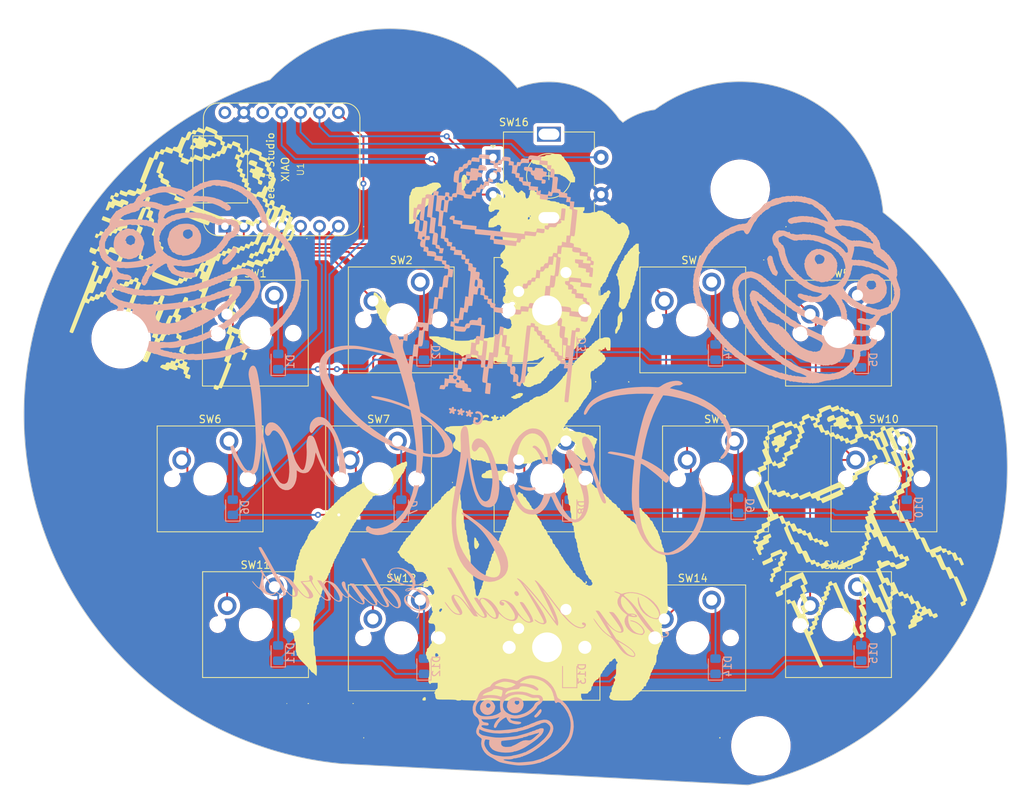
<source format=kicad_pcb>
(kicad_pcb (version 20240108) (generator "pcbnew") (generator_version "8.0")
  (layers (0 "F.Cu" signal) (31 "B.Cu" signal) (34 "B.Paste" user) (35 "F.Paste" user) (36 "B.SilkS" user "B.Silkscreen") (37 "F.SilkS" user "F.Silkscreen") (38 "B.Mask" user) (39 "F.Mask" user) (44 "Edge.Cuts" user))
  (net 0 "")
  (net 1 "Net-(D1-A)")
  (net 2 "ROW0")
  (net 3 "Net-(D2-A)")
  (net 4 "Net-(D3-A)")
  (net 5 "Net-(D4-A)")
  (net 6 "Net-(D5-A)")
  (net 7 "Net-(D6-A)")
  (net 8 "ROW1")
  (net 9 "Net-(D7-A)")
  (net 10 "Net-(D8-A)")
  (net 11 "Net-(D9-A)")
  (net 12 "Net-(D10-A)")
  (net 13 "ROW2")
  (net 14 "Net-(D11-A)")
  (net 15 "Net-(D12-A)")
  (net 16 "Net-(D13-A)")
  (net 17 "Net-(D14-A)")
  (net 18 "Net-(D15-A)")
  (net 19 "COL1")
  (net 20 "COL2")
  (net 21 "COL3")
  (net 22 "COL4")
  (net 23 "COL0")
  (net 24 "GND")
  (net 25 "EC11A")
  (net 26 "EC11SW")
  (net 27 "EC11B")
  (net 28 "VCC")
  (net 29 "3V3")
  (footprint "" (layer "F.Cu") (at 160.288155 60.96)
    (property "Reference" "" (at 0 0 0) (layer "F.SilkS") (effects (font (size 1.27 1.27))))
    (property "Value" "")
    (pad "" np_thru_hole circle (at 0 0) (size 7.5 7.5) (drill 7.5) (layers "F&B.Cu" "*.Mask"))
  )
  (footprint "Switch_Keyboard_Cherry_MX:SW_Cherry_MX_PCB_1.00u" (layer "F.Cu") (at 179.578 99.822)
    (property "Reference" "SW10" (at 0 -8 0) (layer "F.SilkS"))
    (property "Value" "CherryMX")
    (pad "" np_thru_hole circle (at -5.08 0) (size 1.75 1.75) (drill 1.75) (layers "*.Cu" "*.Mask"))
    (pad "" np_thru_hole circle (at 0 0) (size 4 4) (drill 4) (layers "*.Cu" "*.Mask"))
    (pad "" np_thru_hole circle (at 5.08 0) (size 1.75 1.75) (drill 1.75) (layers "*.Cu" "*.Mask"))
    (pad "1" thru_hole circle (at -3.81 -2.54) (size 2.5 2.5) (drill 1.5) (layers "*.Cu" "*.Mask") (net 22 "COL4"))
    (pad "2" thru_hole circle (at 2.54 -5.08) (size 2.5 2.5) (drill 1.5) (layers "*.Cu" "*.Mask") (net 12 "Net-(D10-A)"))
  )
  (footprint "Switch_Keyboard_Cherry_MX:SW_Cherry_MX_PCB_1.00u" (layer "F.Cu") (at 95.25 119.38)
    (property "Reference" "SW11" (at 0 -8 0) (layer "F.SilkS"))
    (property "Value" "CherryMX")
    (pad "" np_thru_hole circle (at -5.08 0) (size 1.75 1.75) (drill 1.75) (layers "*.Cu" "*.Mask"))
    (pad "" np_thru_hole circle (at 0 0) (size 4 4) (drill 4) (layers "*.Cu" "*.Mask"))
    (pad "" np_thru_hole circle (at 5.08 0) (size 1.75 1.75) (drill 1.75) (layers "*.Cu" "*.Mask"))
    (pad "1" thru_hole circle (at -3.81 -2.54) (size 2.5 2.5) (drill 1.5) (layers "*.Cu" "*.Mask") (net 23 "COL0"))
    (pad "2" thru_hole circle (at 2.54 -5.08) (size 2.5 2.5) (drill 1.5) (layers "*.Cu" "*.Mask") (net 14 "Net-(D11-A)"))
  )
  (footprint "" (layer "F.Cu") (at 77.216 81.026)
    (property "Reference" "" (at 0 0 0) (layer "F.SilkS") (effects (font (size 1.27 1.27))))
    (property "Value" "")
    (pad "" np_thru_hole circle (at 0 0) (size 7.5 7.5) (drill 7.5) (layers "F&B.Cu" "*.Mask"))
  )
  (footprint "Seeed Studio XIAO Series Library:XIAO-Generic-Thruhole-14P-2.54-21X17.8MM" (layer "F.Cu") (at 98.756015 58.29075 90)
    (property "Reference" "U1" (at 0 2.54 90) (layer "F.SilkS") (effects (font (size 0.889 0.889) (thickness 0.1016))))
    (property "Value" "Seeed Studio XIAO RP2040" (hide yes))
    (fp_text user "Seeed Studio" (at 0 -1.5 90) (layer "F.SilkS"))
    (fp_text user "XIAO" (at 0 0.5 90) (layer "F.SilkS"))
    (pad "1" thru_hole rect (at -7.625 -7.62 90) (size 1.7 1.7) (drill 1) (layers "*.Cu" "*.Mask") (net 23 "COL0"))
    (pad "2" thru_hole circle (at -7.625 -5.08 90) (size 1.7 1.7) (drill 1) (layers "*.Cu" "*.Mask") (net 19 "COL1"))
    (pad "3" thru_hole circle (at -7.625 -2.54 90) (size 1.7 1.7) (drill 1) (layers "*.Cu" "*.Mask") (net 20 "COL2"))
    (pad "4" thru_hole circle (at -7.625 0 90) (size 1.7 1.7) (drill 1) (layers "*.Cu" "*.Mask") (net 21 "COL3"))
    (pad "5" thru_hole circle (at -7.625 2.54 90) (size 1.7 1.7) (drill 1) (layers "*.Cu" "*.Mask") (net 22 "COL4"))
    (pad "6" thru_hole circle (at -7.625 5.08 270) (size 1.7 1.7) (drill 1) (layers "*.Cu" "*.Mask") (net 2 "ROW0"))
    (pad "7" thru_hole circle (at -7.625 7.62 90) (size 1.7 1.7) (drill 1) (layers "*.Cu" "*.Mask") (net 8 "ROW1"))
    (pad "8" thru_hole circle (at 7.625 7.62 90) (size 1.7 1.7) (drill 1) (layers "*.Cu" "*.Mask") (net 13 "ROW2"))
    (pad "9" thru_hole circle (at 7.625 5.08 90) (size 1.7 1.7) (drill 1) (layers "*.Cu" "*.Mask") (net 25 "EC11A"))
    (pad "10" thru_hole circle (at 7.625 2.54 90) (size 1.7 1.7) (drill 1) (layers "*.Cu" "*.Mask") (net 26 "EC11SW"))
    (pad "11" thru_hole circle (at 7.625 0 90) (size 1.7 1.7) (drill 1) (layers "*.Cu" "*.Mask") (net 27 "EC11B"))
    (pad "12" thru_hole circle (at 7.625 -2.54 90) (size 1.7 1.7) (drill 1) (layers "*.Cu" "*.Mask") (net 29 "3V3"))
    (pad "13" thru_hole circle (at 7.625 -5.08 90) (size 1.7 1.7) (drill 1) (layers "*.Cu" "*.Mask") (net 24 "GND"))
    (pad "14" thru_hole circle (at 7.625 -7.62 90) (size 1.7 1.7) (drill 1) (layers "*.Cu" "*.Mask") (net 28 "VCC"))
  )
  (footprint "Switch_Keyboard_Cherry_MX:SW_Cherry_MX_PCB_1.00u" (layer "F.Cu") (at 95.2246 80.264)
    (property "Reference" "SW1" (at 0 -8 0) (layer "F.SilkS"))
    (property "Value" "CherryMX")
    (pad "" np_thru_hole circle (at -5.08 0) (size 1.75 1.75) (drill 1.75) (layers "*.Cu" "*.Mask"))
    (pad "" np_thru_hole circle (at 0 0) (size 4 4) (drill 4) (layers "*.Cu" "*.Mask"))
    (pad "" np_thru_hole circle (at 5.08 0) (size 1.75 1.75) (drill 1.75) (layers "*.Cu" "*.Mask"))
    (pad "1" thru_hole circle (at -3.81 -2.54) (size 2.5 2.5) (drill 1.5) (layers "*.Cu" "*.Mask") (net 23 "COL0"))
    (pad "2" thru_hole circle (at 2.54 -5.08) (size 2.5 2.5) (drill 1.5) (layers "*.Cu" "*.Mask") (net 1 "Net-(D1-A)"))
  )
  (footprint "Switch_Keyboard_Cherry_MX:SW_Cherry_MX_PCB_1.00u" (layer "F.Cu") (at 153.924 121.158)
    (property "Reference" "SW14" (at 0 -8 0) (layer "F.SilkS"))
    (property "Value" "CherryMX")
    (pad "" np_thru_hole circle (at -5.08 0) (size 1.75 1.75) (drill 1.75) (layers "*.Cu" "*.Mask"))
    (pad "" np_thru_hole circle (at 0 0) (size 4 4) (drill 4) (layers "*.Cu" "*.Mask"))
    (pad "" np_thru_hole circle (at 5.08 0) (size 1.75 1.75) (drill 1.75) (layers "*.Cu" "*.Mask"))
    (pad "1" thru_hole circle (at -3.81 -2.54) (size 2.5 2.5) (drill 1.5) (layers "*.Cu" "*.Mask") (net 21 "COL3"))
    (pad "2" thru_hole circle (at 2.54 -5.08) (size 2.5 2.5) (drill 1.5) (layers "*.Cu" "*.Mask") (net 17 "Net-(D14-A)"))
  )
  (footprint "Switch_Keyboard_Cherry_MX:SW_Cherry_MX_PCB_1.00u" (layer "F.Cu") (at 156.972 99.822)
    (property "Reference" "SW9" (at 0 -8 0) (layer "F.SilkS"))
    (property "Value" "CherryMX")
    (pad "" np_thru_hole circle (at -5.08 0) (size 1.75 1.75) (drill 1.75) (layers "*.Cu" "*.Mask"))
    (pad "" np_thru_hole circle (at 0 0) (size 4 4) (drill 4) (layers "*.Cu" "*.Mask"))
    (pad "" np_thru_hole circle (at 5.08 0) (size 1.75 1.75) (drill 1.75) (layers "*.Cu" "*.Mask"))
    (pad "1" thru_hole circle (at -3.81 -2.54) (size 2.5 2.5) (drill 1.5) (layers "*.Cu" "*.Mask") (net 21 "COL3"))
    (pad "2" thru_hole circle (at 2.54 -5.08) (size 2.5 2.5) (drill 1.5) (layers "*.Cu" "*.Mask") (net 11 "Net-(D9-A)"))
  )
  (footprint "Switch_Keyboard_Cherry_MX:SW_Cherry_MX_PCB_1.00u" (layer "F.Cu") (at 173.482 80.264)
    (property "Reference" "SW5" (at 0 -8 0) (layer "F.SilkS"))
    (property "Value" "CherryMX")
    (pad "" np_thru_hole circle (at -5.08 0) (size 1.75 1.75) (drill 1.75) (layers "*.Cu" "*.Mask"))
    (pad "" np_thru_hole circle (at 0 0) (size 4 4) (drill 4) (layers "*.Cu" "*.Mask"))
    (pad "" np_thru_hole circle (at 5.08 0) (size 1.75 1.75) (drill 1.75) (layers "*.Cu" "*.Mask"))
    (pad "1" thru_hole circle (at -3.81 -2.54) (size 2.5 2.5) (drill 1.5) (layers "*.Cu" "*.Mask") (net 22 "COL4"))
    (pad "2" thru_hole circle (at 2.54 -5.08) (size 2.5 2.5) (drill 1.5) (layers "*.Cu" "*.Mask") (net 6 "Net-(D5-A)"))
  )
  (footprint "Rotary_Encoder:RotaryEncoder_Alps_EC11E-Switch_Vertical_H20mm" (layer "F.Cu") (at 127.12 56.67)
    (property "Reference" "SW16" (at 2.8 -4.7 0) (layer "F.SilkS"))
    (property "Value" "RotaryEncoder_Switch")
    (pad "A" thru_hole rect (at 0 0) (size 2 2) (drill 1) (layers "*.Cu" "*.Mask") (net 25 "EC11A"))
    (pad "B" thru_hole circle (at 0 5) (size 2 2) (drill 1) (layers "*.Cu" "*.Mask") (net 27 "EC11B"))
    (pad "C" thru_hole circle (at 0 2.5) (size 2 2) (drill 1) (layers "*.Cu" "*.Mask") (net 24 "GND"))
    (pad "MP" thru_hole rect (at 7.5 -3.1) (size 3.2 2) (drill oval 2.8 1.5) (layers "*.Cu" "*.Mask"))
    (pad "MP" thru_hole rect (at 7.5 8.1) (size 3.2 2) (drill oval 2.8 1.5) (layers "*.Cu" "*.Mask"))
    (pad "S1" thru_hole circle (at 14.5 5) (size 2 2) (drill 1) (layers "*.Cu" "*.Mask") (net 24 "GND"))
    (pad "S2" thru_hole circle (at 14.5 0) (size 2 2) (drill 1) (layers "*.Cu" "*.Mask") (net 26 "EC11SW"))
  )
  (footprint "Switch_Keyboard_Cherry_MX:SW_Cherry_MX_PCB_1.00u" (layer "F.Cu") (at 111.76 99.822)
    (property "Reference" "SW7" (at 0 -8 0) (layer "F.SilkS"))
    (property "Value" "CherryMX")
    (pad "" np_thru_hole circle (at -5.08 0) (size 1.75 1.75) (drill 1.75) (layers "*.Cu" "*.Mask"))
    (pad "" np_thru_hole circle (at 0 0) (size 4 4) (drill 4) (layers "*.Cu" "*.Mask"))
    (pad "" np_thru_hole circle (at 5.08 0) (size 1.75 1.75) (drill 1.75) (layers "*.Cu" "*.Mask"))
    (pad "1" thru_hole circle (at -3.81 -2.54) (size 2.5 2.5) (drill 1.5) (layers "*.Cu" "*.Mask") (net 19 "COL1"))
    (pad "2" thru_hole circle (at 2.54 -5.08) (size 2.5 2.5) (drill 1.5) (layers "*.Cu" "*.Mask") (net 9 "Net-(D7-A)"))
  )
  (footprint "Switch_Keyboard_Cherry_MX:SW_Cherry_MX_PCB_1.00u" (layer "F.Cu") (at 89.154 99.822)
    (property "Reference" "SW6" (at 0 -8 0) (layer "F.SilkS"))
    (property "Value" "CherryMX")
    (pad "" np_thru_hole circle (at -5.08 0) (size 1.75 1.75) (drill 1.75) (layers "*.Cu" "*.Mask"))
    (pad "" np_thru_hole circle (at 0 0) (size 4 4) (drill 4) (layers "*.Cu" "*.Mask"))
    (pad "" np_thru_hole circle (at 5.08 0) (size 1.75 1.75) (drill 1.75) (layers "*.Cu" "*.Mask"))
    (pad "1" thru_hole circle (at -3.81 -2.54) (size 2.5 2.5) (drill 1.5) (layers "*.Cu" "*.Mask") (net 23 "COL0"))
    (pad "2" thru_hole circle (at 2.54 -5.08) (size 2.5 2.5) (drill 1.5) (layers "*.Cu" "*.Mask") (net 7 "Net-(D6-A)"))
  )
  (footprint "Switch_Keyboard_Cherry_MX:SW_Cherry_MX_PCB_1.00u" (layer "F.Cu") (at 134.366 99.822)
    (property "Reference" "SW8" (at 0 -8 0) (layer "F.SilkS"))
    (property "Value" "CherryMX")
    (pad "" np_thru_hole circle (at -5.08 0) (size 1.75 1.75) (drill 1.75) (layers "*.Cu" "*.Mask"))
    (pad "" np_thru_hole circle (at 0 0) (size 4 4) (drill 4) (layers "*.Cu" "*.Mask"))
    (pad "" np_thru_hole circle (at 5.08 0) (size 1.75 1.75) (drill 1.75) (layers "*.Cu" "*.Mask"))
    (pad "1" thru_hole circle (at -3.81 -2.54) (size 2.5 2.5) (drill 1.5) (layers "*.Cu" "*.Mask") (net 20 "COL2"))
    (pad "2" thru_hole circle (at 2.54 -5.08) (size 2.5 2.5) (drill 1.5) (layers "*.Cu" "*.Mask") (net 10 "Net-(D8-A)"))
  )
  (footprint "Switch_Keyboard_Cherry_MX:SW_Cherry_MX_PCB_1.00u" (layer "F.Cu") (at 114.808 121.158)
    (property "Reference" "SW12" (at 0 -8 0) (layer "F.SilkS"))
    (property "Value" "CherryMX")
    (pad "" np_thru_hole circle (at -5.08 0) (size 1.75 1.75) (drill 1.75) (layers "*.Cu" "*.Mask"))
    (pad "" np_thru_hole circle (at 0 0) (size 4 4) (drill 4) (layers "*.Cu" "*.Mask"))
    (pad "" np_thru_hole circle (at 5.08 0) (size 1.75 1.75) (drill 1.75) (layers "*.Cu" "*.Mask"))
    (pad "1" thru_hole circle (at -3.81 -2.54) (size 2.5 2.5) (drill 1.5) (layers "*.Cu" "*.Mask") (net 19 "COL1"))
    (pad "2" thru_hole circle (at 2.54 -5.08) (size 2.5 2.5) (drill 1.5) (layers "*.Cu" "*.Mask") (net 15 "Net-(D12-A)"))
  )
  (footprint "LOGO" (layer "F.Cu") (at 127.762 92.202)
    (property "Reference" "G***" (at 0 0 0) (layer "F.SilkS") (effects (font (size 1.5 1.5) (thickness 0.3))))
    (property "Value" "LOGO" (hide yes))
  )
  (footprint "" (layer "F.Cu") (at 163.068 135.650155)
    (property "Reference" "" (at 0 0 0) (layer "F.SilkS") (effects (font (size 1.27 1.27))))
    (property "Value" "")
    (pad "" np_thru_hole circle (at 0 0) (size 7.5 7.5) (drill 7.5) (layers "F&B.Cu" "*.Mask"))
  )
  (footprint "Switch_Keyboard_Cherry_MX:SW_Cherry_MX_PCB_1.00u" (layer "F.Cu") (at 114.808 78.486)
    (property "Reference" "SW2" (at 0 -8 0) (layer "F.SilkS"))
    (property "Value" "CherryMX")
    (pad "" np_thru_hole circle (at -5.08 0) (size 1.75 1.75) (drill 1.75) (layers "*.Cu" "*.Mask"))
    (pad "" np_thru_hole circle (at 0 0) (size 4 4) (drill 4) (layers "*.Cu" "*.Mask"))
    (pad "" np_thru_hole circle (at 5.08 0) (size 1.75 1.75) (drill 1.75) (layers "*.Cu" "*.Mask"))
    (pad "1" thru_hole circle (at -3.81 -2.54) (size 2.5 2.5) (drill 1.5) (layers "*.Cu" "*.Mask") (net 19 "COL1"))
    (pad "2" thru_hole circle (at 2.54 -5.08) (size 2.5 2.5) (drill 1.5) (layers "*.Cu" "*.Mask") (net 3 "Net-(D2-A)"))
  )
  (footprint "Switch_Keyboard_Cherry_MX:SW_Cherry_MX_PCB_1.00u" (layer "F.Cu") (at 173.482 119.38)
    (property "Reference" "SW15" (at 0 -8 0) (layer "F.SilkS"))
    (property "Value" "CherryMX")
    (pad "" np_thru_hole circle (at -5.08 0) (size 1.75 1.75) (drill 1.75) (layers "*.Cu" "*.Mask"))
    (pad "" np_thru_hole circle (at 0 0) (size 4 4) (drill 4) (layers "*.Cu" "*.Mask"))
    (pad "" np_thru_hole circle (at 5.08 0) (size 1.75 1.75) (drill 1.75) (layers "*.Cu" "*.Mask"))
    (pad "1" thru_hole circle (at -3.81 -2.54) (size 2.5 2.5) (drill 1.5) (layers "*.Cu" "*.Mask") (net 22 "COL4"))
    (pad "2" thru_hole circle (at 2.54 -5.08) (size 2.5 2.5) (drill 1.5) (layers "*.Cu" "*.Mask") (net 18 "Net-(D15-A)"))
  )
  (footprint "Switch_Keyboard_Cherry_MX:SW_Cherry_MX_PCB_1.00u" (layer "F.Cu") (at 134.366 77.216)
    (property "Reference" "SW3" (at 0 -8 0) (layer "F.SilkS"))
    (property "Value" "CherryMX")
    (pad "" np_thru_hole circle (at -5.08 0) (size 1.75 1.75) (drill 1.75) (layers "*.Cu" "*.Mask"))
    (pad "" np_thru_hole circle (at 0 0) (size 4 4) (drill 4) (layers "*.Cu" "*.Mask"))
    (pad "" np_thru_hole circle (at 5.08 0) (size 1.75 1.75) (drill 1.75) (layers "*.Cu" "*.Mask"))
    (pad "1" thru_hole circle (at -3.81 -2.54) (size 2.5 2.5) (drill 1.5) (layers "*.Cu" "*.Mask") (net 20 "COL2"))
    (pad "2" thru_hole circle (at 2.54 -5.08) (size 2.5 2.5) (drill 1.5) (layers "*.Cu" "*.Mask") (net 4 "Net-(D3-A)"))
  )
  (footprint "Switch_Keyboard_Cherry_MX:SW_Cherry_MX_PCB_1.00u" (layer "F.Cu") (at 134.366 122.428)
    (property "Reference" "SW13" (at 0 -8 0) (layer "F.SilkS"))
    (property "Value" "CherryMX")
    (pad "" np_thru_hole circle (at -5.08 0) (size 1.75 1.75) (drill 1.75) (layers "*.Cu" "*.Mask"))
    (pad "" np_thru_hole circle (at 0 0) (size 4 4) (drill 4) (layers "*.Cu" "*.Mask"))
    (pad "" np_thru_hole circle (at 5.08 0) (size 1.75 1.75) (drill 1.75) (layers "*.Cu" "*.Mask"))
    (pad "1" thru_hole circle (at -3.81 -2.54) (size 2.5 2.5) (drill 1.5) (layers "*.Cu" "*.Mask") (net 20 "COL2"))
    (pad "2" thru_hole circle (at 2.54 -5.08) (size 2.5 2.5) (drill 1.5) (layers "*.Cu" "*.Mask") (net 16 "Net-(D13-A)"))
  )
  (footprint "Switch_Keyboard_Cherry_MX:SW_Cherry_MX_PCB_1.00u" (layer "F.Cu") (at 153.924 78.486)
    (property "Reference" "SW4" (at 0 -8 0) (layer "F.SilkS"))
    (property "Value" "CherryMX")
    (pad "" np_thru_hole circle (at -5.08 0) (size 1.75 1.75) (drill 1.75) (layers "*.Cu" "*.Mask"))
    (pad "" np_thru_hole circle (at 0 0) (size 4 4) (drill 4) (layers "*.Cu" "*.Mask"))
    (pad "" np_thru_hole circle (at 5.08 0) (size 1.75 1.75) (drill 1.75) (layers "*.Cu" "*.Mask"))
    (pad "1" thru_hole circle (at -3.81 -2.54) (size 2.5 2.5) (drill 1.5) (layers "*.Cu" "*.Mask") (net 21 "COL3"))
    (pad "2" thru_hole circle (at 2.54 -5.08) (size 2.5 2.5) (drill 1.5) (layers "*.Cu" "*.Mask") (net 5 "Net-(D4-A)"))
  )
  (footprint "Diode_SMD:D_0805_2012Metric_Pad1.15x1.40mm_HandSolder" (layer "B.Cu") (at 117.856 82.804 90)
    (property "Reference" "D2" (at 0 1.65 90) (layer "B.SilkS") (effects (justify mirror)))
    (property "Value" "D")
    (pad "1" smd roundrect (at -1.025 0 90) (size 1.15 1.4) (layers "B.Cu" "B.Paste" "B.Mask") (roundrect_rratio 0.217391) (net 2 "ROW0"))
    (pad "2" smd roundrect (at 1.025 0 90) (size 1.15 1.4) (layers "B.Cu" "B.Paste" "B.Mask") (roundrect_rratio 0.217391) (net 3 "Net-(D2-A)"))
  )
  (footprint "Diode_SMD:D_0805_2012Metric_Pad1.15x1.40mm_HandSolder" (layer "B.Cu") (at 114.808 103.641 90)
    (property "Reference" "D7" (at 0 1.65 90) (layer "B.SilkS") (effects (justify mirror)))
    (property "Value" "D")
    (pad "1" smd roundrect (at -1.025 0 90) (size 1.15 1.4) (layers "B.Cu" "B.Paste" "B.Mask") (roundrect_rratio 0.217391) (net 8 "ROW1"))
    (pad "2" smd roundrect (at 1.025 0 90) (size 1.15 1.4) (layers "B.Cu" "B.Paste" "B.Mask") (roundrect_rratio 0.217391) (net 9 "Net-(D7-A)"))
  )
  (footprint "Diode_SMD:D_0805_2012Metric_Pad1.15x1.40mm_HandSolder" (layer "B.Cu") (at 137.414 81.797 90)
    (property "Reference" "D3" (at 0 1.65 90) (layer "B.SilkS") (effects (justify mirror)))
    (property "Value" "D")
    (pad "1" smd roundrect (at -1.025 0 90) (size 1.15 1.4) (layers "B.Cu" "B.Paste" "B.Mask") (roundrect_rratio 0.217391) (net 2 "ROW0"))
    (pad "2" smd roundrect (at 1.025 0 90) (size 1.15 1.4) (layers "B.Cu" "B.Paste" "B.Mask") (roundrect_rratio 0.217391) (net 4 "Net-(D3-A)"))
  )
  (footprint "Diode_SMD:D_0805_2012Metric_Pad1.15x1.40mm_HandSolder" (layer "B.Cu") (at 98.298 84.083 90)
    (property "Reference" "D1" (at 0 1.65 90) (layer "B.SilkS") (effects (justify mirror)))
    (property "Value" "D")
    (pad "1" smd roundrect (at -1.025 0 90) (size 1.15 1.4) (layers "B.Cu" "B.Paste" "B.Mask") (roundrect_rratio 0.217391) (net 2 "ROW0"))
    (pad "2" smd roundrect (at 1.025 0 90) (size 1.15 1.4) (layers "B.Cu" "B.Paste" "B.Mask") (roundrect_rratio 0.217391) (net 1 "Net-(D1-A)"))
  )
  (footprint "Diode_SMD:D_0805_2012Metric_Pad1.15x1.40mm_HandSolder" (layer "B.Cu") (at 156.972 124.968 90)
    (property "Reference" "D14" (at 0 1.65 90) (layer "B.SilkS") (effects (justify mirror)))
    (property "Value" "D")
    (pad "1" smd roundrect (at -1.025 0 90) (size 1.15 1.4) (layers "B.Cu" "B.Paste" "B.Mask") (roundrect_rratio 0.217391) (net 13 "ROW2"))
    (pad "2" smd roundrect (at 1.025 0 90) (size 1.15 1.4) (layers "B.Cu" "B.Paste" "B.Mask") (roundrect_rratio 0.217391) (net 17 "Net-(D14-A)"))
  )
  (footprint "Diode_SMD:D_0805_2012Metric_Pad1.15x1.40mm_HandSolder" (layer "B.Cu") (at 182.626 103.641 90)
    (property "Reference" "D10" (at 0 1.65 90) (layer "B.SilkS") (effects (justify mirror)))
    (property "Value" "D")
    (pad "1" smd roundrect (at -1.025 0 90) (size 1.15 1.4) (layers "B.Cu" "B.Paste" "B.Mask") (roundrect_rratio 0.217391) (net 8 "ROW1"))
    (pad "2" smd roundrect (at 1.025 0 90) (size 1.15 1.4) (layers "B.Cu" "B.Paste" "B.Mask") (roundrect_rratio 0.217391) (net 12 "Net-(D10-A)"))
  )
  (footprint "Diode_SMD:D_0805_2012Metric_Pad1.15x1.40mm_HandSolder" (layer "B.Cu") (at 98.298 123.199 90)
    (property "Reference" "D11" (at 0 1.65 90) (layer "B.SilkS") (effects (justify mirror)))
    (property "Value" "D")
    (pad "1" smd roundrect (at -1.025 0 90) (size 1.15 1.4) (layers "B.Cu" "B.Paste" "B.Mask") (roundrect_rratio 0.217391) (net 13 "ROW2"))
    (pad "2" smd roundrect (at 1.025 0 90) (size 1.15 1.4) (layers "B.Cu" "B.Paste" "B.Mask") (roundrect_rratio 0.217391) (net 14 "Net-(D11-A)"))
  )
  (footprint "Diode_SMD:D_0805_2012Metric_Pad1.15x1.40mm_HandSolder" (layer "B.Cu") (at 176.53 83.829 90)
    (property "Reference" "D5" (at 0 1.65 90) (layer "B.SilkS") (effects (justify mirror)))
    (property "Value" "D")
    (pad "1" smd roundrect (at -1.025 0 90) (size 1.15 1.4) (layers "B.Cu" "B.Paste" "B.Mask") (roundrect_rratio 0.217391) (net 2 "ROW0"))
    (pad "2" smd roundrect (at 1.025 0 90) (size 1.15 1.4) (layers "B.Cu" "B.Paste" "B.Mask") (roundrect_rratio 0.217391) (net 6 "Net-(D5-A)"))
  )
  (footprint "Diode_SMD:D_0805_2012Metric_Pad1.15x1.40mm_HandSolder" (layer "B.Cu") (at 176.53 123.19 90)
    (property "Reference" "D15" (at 0 1.65 90) (layer "B.SilkS") (effects (justify mirror)))
    (property "Value" "D")
    (pad "1" smd roundrect (at -1.025 0 90) (size 1.15 1.4) (layers "B.Cu" "B.Paste" "B.Mask") (roundrect_rratio 0.217391) (net 13 "ROW2"))
    (pad "2" smd roundrect (at 1.025 0 90) (size 1.15 1.4) (layers "B.Cu" "B.Paste" "B.Mask") (roundrect_rratio 0.217391) (net 18 "Net-(D15-A)"))
  )
  (footprint "Diode_SMD:D_0805_2012Metric_Pad1.15x1.40mm_HandSolder" (layer "B.Cu") (at 160.02 103.387 90)
    (property "Reference" "D9" (at 0 1.65 90) (layer "B.SilkS") (effects (justify mirror)))
    (property "Value" "D")
    (pad "1" smd roundrect (at -1.025 0 90) (size 1.15 1.4) (layers "B.Cu" "B.Paste" "B.Mask") (roundrect_rratio 0.217391) (net 8 "ROW1"))
    (pad "2" smd roundrect (at 1.025 0 90) (size 1.15 1.4) (layers "B.Cu" "B.Paste" "B.Mask") (roundrect_rratio 0.217391) (net 11 "Net-(D9-A)"))
  )
  (footprint "Diode_SMD:D_0805_2012Metric_Pad1.15x1.40mm_HandSolder" (layer "B.Cu") (at 137.414 125.984 90)
    (property "Reference" "D13" (at 0 1.65 90) (layer "B.SilkS") (effects (justify mirror)))
    (property "Value" "D")
    (pad "1" smd roundrect (at -1.025 0 90) (size 1.15 1.4) (layers "B.Cu" "B.Paste" "B.Mask") (roundrect_rratio 0.217391) (net 13 "ROW2"))
    (pad "2" smd roundrect (at 1.025 0 90) (size 1.15 1.4) (layers "B.Cu" "B.Paste" "B.Mask") (roundrect_rratio 0.217391) (net 16 "Net-(D13-A)"))
  )
  (footprint "Diode_SMD:D_0805_2012Metric_Pad1.15x1.40mm_HandSolder" (layer "B.Cu") (at 92.202 103.632 90)
    (property "Reference" "D6" (at 0 1.65 90) (layer "B.SilkS") (effects (justify mirror)))
    (property "Value" "D")
    (pad "1" smd roundrect (at -1.025 0 90) (size 1.15 1.4) (layers "B.Cu" "B.Paste" "B.Mask") (roundrect_rratio 0.217391) (net 8 "ROW1"))
    (pad "2" smd roundrect (at 1.025 0 90) (size 1.15 1.4) (layers "B.Cu" "B.Paste" "B.Mask") (roundrect_rratio 0.217391) (net 7 "Net-(D6-A)"))
  )
  (footprint "Diode_SMD:D_0805_2012Metric_Pad1.15x1.40mm_HandSolder" (layer "B.Cu") (at 137.414 103.641 90)
    (property "Reference" "D8" (at 0 1.65 90) (layer "B.SilkS") (effects (justify mirror)))
    (property "Value" "D")
    (pad "1" smd roundrect (at -1.025 0 90) (size 1.15 1.4) (layers "B.Cu" "B.Paste" "B.Mask") (roundrect_rratio 0.217391) (net 8 "ROW1"))
    (pad "2" smd roundrect (at 1.025 0 90) (size 1.15 1.4) (layers "B.Cu" "B.Paste" "B.Mask") (roundrect_rratio 0.217391) (net 10 "Net-(D8-A)"))
  )
  (footprint "Diode_SMD:D_0805_2012Metric_Pad1.15x1.40mm_HandSolder" (layer "B.Cu") (at 156.972 82.813 90)
    (property "Reference" "D4" (at 0 1.65 90) (layer "B.SilkS") (effects (justify mirror)))
    (property "Value" "D")
    (pad "1" smd roundrect (at -1.025 0 90) (size 1.15 1.4) (layers "B.Cu" "B.Paste" "B.Mask") (roundrect_rratio 0.217391) (net 2 "ROW0"))
    (pad "2" smd roundrect (at 1.025 0 90) (size 1.15 1.4) (layers "B.Cu" "B.Paste" "B.Mask") (roundrect_rratio 0.217391) (net 5 "Net-(D4-A)"))
  )
  (footprint "Diode_SMD:D_0805_2012Metric_Pad1.15x1.40mm_HandSolder" (layer "B.Cu") (at 117.856 124.968 90)
    (property "Reference" "D12" (at 0 1.65 90) (layer "B.SilkS") (effects (justify mirror)))
    (property "Value" "D")
    (pad "1" smd roundrect (at -1.025 0 90) (size 1.15 1.4) (layers "B.Cu" "B.Paste" "B.Mask") (roundrect_rratio 0.217391) (net 13 "ROW2"))
    (pad "2" smd roundrect (at 1.025 0 90) (size 1.15 1.4) (layers "B.Cu" "B.Paste" "B.Mask") (roundrect_rratio 0.217391) (net 15 "Net-(D12-A)"))
  )
  (footprint "LOGO" (layer "B.Cu") (at 123.451932 91.446538 170)
    (property "Reference" "G***" (at 0 0 170) (layer "B.SilkS") (effects (font (size 1.5 1.5) (thickness 0.3)) (justify mirror)))
    (property "Value" "LOGO" (hide yes))
  )
  (gr_arc (start 179.477871 64.064274) (mid 194.981441 108.290788) (end 161.335001 140.913822) (stroke (width 0.1)) (layer "Edge.Cuts"))
  (gr_line (start 144.05086 51.549326) (end 144.549312 51.973999) (stroke (width 0.1)) (layer "Edge.Cuts"))
  (gr_arc (start 148.838128 50.262668) (mid 168.192746 48.206282) (end 179.477871 64.064274) (stroke (width 0.1)) (layer "Edge.Cuts"))
  (gr_arc (start 144.549312 51.973999) (mid 146.588312 50.854167) (end 148.838128 50.262669) (stroke (width 0.1)) (layer "Edge.Cuts"))
  (gr_arc (start 97.193681 46.249581) (mid 114.029703 39.411956) (end 130.37157 47.358536) (stroke (width 0.1)) (layer "Edge.Cuts"))
  (gr_arc (start 130.37157 47.358536) (mid 137.952428 47.034515) (end 144.05086 51.549326) (stroke (width 0.1)) (layer "Edge.Cuts"))
  (gr_arc (start 106.898397 138.068453) (mid 64.42865 96.134954) (end 97.19368 46.24958) (stroke (width 0.1)) (layer "Edge.Cuts"))
  (gr_line (start 161.335001 140.913822) (end 106.898397 138.068453) (stroke (width 0.1)) (layer "Edge.Cuts"))
  (segment (start 98.298 83.058) (end 98.298 75.7174) (width 0.25) (layer "B.Cu") (net 1))
  (segment (start 98.298 75.7174) (end 97.7646 75.184) (width 0.25) (layer "B.Cu") (net 1))
  (segment (start 103.614 85.108) (end 103.632 85.09) (width 0.25) (layer "F.Cu") (net 2))
  (segment (start 103.632 85.09) (end 106.172 85.09) (width 0.25) (layer "F.Cu") (net 2))
  (via (at 103.614 85.108) (size 0.8) (drill 0.4) (layers "F.Cu" "B.Cu") (net 2))
  (via (at 106.172 85.09) (size 0.8) (drill 0.4) (layers "F.Cu" "B.Cu") (net 2))
  (segment (start 137.414 82.822) (end 147.084 82.822) (width 0.25) (layer "B.Cu") (net 2))
  (segment (start 99.042 85.108) (end 98.298 85.108) (width 0.25) (layer "B.Cu") (net 2))
  (segment (start 156.972 83.838) (end 167.114 83.838) (width 0.25) (layer "B.Cu") (net 2))
  (segment (start 111.261 83.829) (end 117.856 83.829) (width 0.25) (layer "B.Cu") (net 2))
  (segment (start 103.632 85.09) (end 103.614 85.108) (width 0.25) (layer "B.Cu") (net 2))
  (segment (start 111.252 83.82) (end 111.261 83.829) (width 0.25) (layer "B.Cu") (net 2))
  (segment (start 167.114 83.838) (end 168.13 84.854) (width 0.25) (layer "B.Cu") (net 2))
  (segment (start 109.982 85.09) (end 111.252 83.82) (width 0.25) (layer "B.Cu") (net 2))
  (segment (start 98.298 85.108) (end 103.614 85.108) (width 0.25) (layer "B.Cu") (net 2))
  (segment (start 148.1 83.838) (end 156.972 83.838) (width 0.25) (layer "B.Cu") (net 2))
  (segment (start 168.13 84.854) (end 176.53 84.854) (width 0.25) (layer "B.Cu") (net 2))
  (segment (start 127.753 83.829) (end 117.856 83.829) (width 0.25) (layer "B.Cu") (net 2))
  (segment (start 156.455 83.3831) (end 156.455 83.82) (width 0.25) (layer "B.Cu") (net 2))
  (segment (start 128.76 82.822) (end 127.753 83.829) (width 0.25) (layer "B.Cu") (net 2))
  (segment (start 104.14 71.12) (end 103.836015 70.816015) (width 0.25) (layer "B.Cu") (net 2))
  (segment (start 104.14 80.01) (end 99.042 85.108) (width 0.25) (layer "B.Cu") (net 2))
  (segment (start 176.53 84.582) (end 176.022 85.09) (width 0.25) (layer "B.Cu") (net 2))
  (segment (start 106.172 85.09) (end 109.982 85.09) (width 0.25) (layer "B.Cu") (net 2))
  (segment (start 147.084 82.822) (end 148.1 83.838) (width 0.25) (layer "B.Cu") (net 2))
  (segment (start 104.14 71.12) (end 104.14 80.01) (width 0.25) (layer "B.Cu") (net 2))
  (segment (start 103.836015 70.816015) (end 103.836015 65.91575) (width 0.25) (layer "B.Cu") (net 2))
  (segment (start 137.414 82.822) (end 128.76 82.822) (width 0.25) (layer "B.Cu") (net 2))
  (segment (start 117.856 73.914) (end 117.348 73.406) (width 0.25) (layer "B.Cu") (net 3))
  (segment (start 117.856 81.779) (end 117.856 73.914) (width 0.25) (layer "B.Cu") (net 3))
  (segment (start 137.414 80.772) (end 137.414 72.644) (width 0.25) (layer "B.Cu") (net 4))
  (segment (start 137.414 72.644) (end 136.906 72.136) (width 0.25) (layer "B.Cu") (net 4))
  (segment (start 156.972 81.788) (end 156.972 73.914) (width 0.25) (layer "B.Cu") (net 5))
  (segment (start 156.972 73.914) (end 156.464 73.406) (width 0.25) (layer "B.Cu") (net 5))
  (segment (start 176.53 75.692) (end 176.022 75.184) (width 0.25) (layer "B.Cu") (net 6))
  (segment (start 176.53 82.804) (end 176.53 75.692) (width 0.25) (layer "B.Cu") (net 6))
  (segment (start 92.202 102.607) (end 92.202 95.25) (width 0.25) (layer "B.Cu") (net 7))
  (segment (start 92.202 95.25) (end 91.694 94.742) (width 0.25) (layer "B.Cu") (net 7))
  (segment (start 103.632 104.648) (end 106.426 104.648) (width 0.25) (layer "F.Cu") (net 8))
  (via (at 103.632 104.648) (size 0.8) (drill 0.4) (layers "F.Cu" "B.Cu") (net 8))
  (via (at 106.426 104.648) (size 0.8) (drill 0.4) (layers "F.Cu" "B.Cu") (net 8))
  (segment (start 92.202 104.657) (end 92.202 104.648) (width 0.25) (layer "B.Cu") (net 8))
  (segment (start 147.302 104.666) (end 147.556 104.412) (width 0.25) (layer "B.Cu") (net 8))
  (segment (start 147.556 104.412) (end 160.02 104.412) (width 0.25) (layer "B.Cu") (net 8))
  (segment (start 103.623 104.657) (end 103.632 104.648) (width 0.25) (layer "B.Cu") (net 8))
  (segment (start 104.648 67.643765) (end 106.376015 65.91575) (width 0.25) (layer "B.Cu") (net 8))
  (segment (start 92.202 104.648) (end 104.648 92.202) (width 0.25) (layer "B.Cu") (net 8))
  (segment (start 106.444 104.666) (end 114.808 104.666) (width 0.25) (layer "B.Cu") (net 8))
  (segment (start 172.738 104.412) (end 172.992 104.666) (width 0.25) (layer "B.Cu") (net 8))
  (segment (start 92.202 104.657) (end 103.623 104.657) (width 0.25) (layer "B.Cu") (net 8))
  (segment (start 160.02 104.412) (end 172.738 104.412) (width 0.25) (layer "B.Cu") (net 8))
  (segment (start 172.992 104.666) (end 182.626 104.666) (width 0.25) (layer "B.Cu") (net 8))
  (segment (start 160.02 104.122) (end 159.494 104.648) (width 0.25) (layer "B.Cu") (net 8))
  (segment (start 106.426 104.648) (end 106.444 104.666) (width 0.25) (layer "B.Cu") (net 8))
  (segment (start 104.648 92.202) (end 104.648 67.643765) (width 0.25) (layer "B.Cu") (net 8))
  (segment (start 137.414 104.666) (end 147.302 104.666) (width 0.25) (layer "B.Cu") (net 8))
  (segment (start 114.808 104.666) (end 137.414 104.666) (width 0.25) (layer "B.Cu") (net 8))
  (segment (start 114.808 95.25) (end 114.3 94.742) (width 0.25) (layer "B.Cu") (net 9))
  (segment (start 114.808 102.616) (end 114.808 95.25) (width 0.25) (layer "B.Cu") (net 9))
  (segment (start 137.414 95.25) (end 136.906 94.742) (width 0.25) (layer "B.Cu") (net 10))
  (segment (start 137.414 102.616) (end 137.414 95.25) (width 0.25) (layer "B.Cu") (net 10))
  (segment (start 160.02 95.25) (end 159.512 94.742) (width 0.25) (layer "B.Cu") (net 11))
  (segment (start 160.02 102.362) (end 160.02 95.25) (width 0.25) (layer "B.Cu") (net 11))
  (segment (start 182.626 95.25) (end 182.118 94.742) (width 0.25) (layer "B.Cu") (net 12))
  (segment (start 182.626 102.616) (end 182.626 95.25) (width 0.25) (layer "B.Cu") (net 12))
  (segment (start 109.728 54.017735) (end 106.376015 50.66575) (width 0.25) (layer "F.Cu") (net 13))
  (segment (start 109.728 60.198) (end 109.728 54.017735) (width 0.25) (layer "F.Cu") (net 13))
  (via (at 109.728 60.198) (size 0.8) (drill 0.4) (layers "F.Cu" "B.Cu") (net 13))
  (segment (start 109.728 60.198) (end 109.728 67.818) (width 0.25) (layer "B.Cu") (net 13))
  (segment (start 105.156 117.366) (end 98.298 124.224) (width 0.25) (layer "B.Cu") (net 13))
  (segment (start 137.414 127.009) (end 142.739 127.009) (width 0.25) (layer "B.Cu") (net 13))
  (segment (start 143.764 125.984) (end 144.018 125.984) (width 0.25) (layer "B.Cu") (net 13))
  (segment (start 164.583 125.993) (end 166.37 124.206) (width 0.25) (layer "B.Cu") (net 13))
  (segment (start 144.027 125.993) (end 156.972 125.993) (width 0.25) (layer "B.Cu") (net 13))
  (segment (start 128.787 125.993) (end 129.803 127.009) (width 0.25) (layer "B.Cu") (net 13))
  (segment (start 156.972 125.993) (end 164.583 125.993) (width 0.25) (layer "B.Cu") (net 13))
  (segment (start 109.728 67.818) (end 105.156 72.39) (width 0.25) (layer "B.Cu") (net 13))
  (segment (start 105.156 72.39) (end 105.156 117.366) (width 0.25) (layer "B.Cu") (net 13))
  (segment (start 144.018 125.984) (end 144.027 125.993) (width 0.25) (layer "B.Cu") (net 13))
  (segment (start 142.739 127.009) (end 143.764 125.984) (width 0.25) (layer "B.Cu") (net 13))
  (segment (start 166.379 124.215) (end 176.53 124.215) (width 0.25) (layer "B.Cu") (net 13))
  (segment (start 129.803 127.009) (end 137.414 127.009) (width 0.25) (layer "B.Cu") (net 13))
  (segment (start 117.856 125.993) (end 128.787 125.993) (width 0.25) (layer "B.Cu") (net 13))
  (segment (start 112.286 124.224) (end 114.055 125.993) (width 0.25) (layer "B.Cu") (net 13))
  (segment (start 98.298 124.224) (end 112.286 124.224) (width 0.25) (layer "B.Cu") (net 13))
  (segment (start 166.37 124.206) (end 166.379 124.215) (width 0.25) (layer "B.Cu") (net 13))
  (segment (start 114.055 125.993) (end 117.856 125.993) (width 0.25) (layer "B.Cu") (net 13))
  (segment (start 98.298 122.174) (end 98.298 114.808) (width 0.25) (layer "B.Cu") (net 14))
  (segment (start 98.298 114.808) (end 97.79 114.3) (width 0.25) (layer "B.Cu") (net 14))
  (segment (start 117.856 123.943) (end 117.856 116.586) (width 0.25) (layer "B.Cu") (net 15))
  (segment (start 117.856 116.586) (end 117.348 116.078) (width 0.25) (layer "B.Cu") (net 15))
  (segment (start 137.414 124.959) (end 137.414 117.856) (width 0.25) (layer "B.Cu") (net 16))
  (segment (start 137.414 117.856) (end 136.906 117.348) (width 0.25) (layer "B.Cu") (net 16))
  (segment (start 156.972 123.943) (end 156.972 116.586) (width 0.25) (layer "B.Cu") (net 17))
  (segment (start 156.972 116.586) (end 156.464 116.078) (width 0.25) (layer "B.Cu") (net 17))
  (segment (start 176.53 122.165) (end 176.53 114.808) (width 0.25) (layer "B.Cu") (net 18))
  (segment (start 176.53 114.808) (end 176.022 114.3) (width 0.25) (layer "B.Cu") (net 18))
  (segment (start 110.998 75.946) (end 111.76 76.708) (width 0.25) (layer "F.Cu") (net 19))
  (segment (start 93.676015 68.276015) (end 93.676015 65.91575) (width 0.25) (layer "F.Cu") (net 19))
  (segment (start 108.712 106.934) (end 110.998 109.22) (width 0.25) (layer "F.Cu") (net 19))
  (segment (start 111.035 94.197) (end 107.95 97.282) (width 0.25) (layer "F.Cu") (net 19))
  (segment (start 110.998 75.692) (end 105.156 69.85) (width 0.25) (layer "F.Cu") (net 19))
  (segment (start 105.156 69.85) (end 95.25 69.85) (width 0.25) (layer "F.Cu") (net 19))
  (segment (start 108.712 98.044) (end 108.712 106.934) (width 0.25) (layer "F.Cu") (net 19))
  (segment (start 111.76 76.708) (end 111.76 82.794695) (width 0.25) (layer "F.Cu") (net 19))
  (segment (start 110.998 75.946) (end 110.998 75.692) (width 0.25) (layer "F.Cu") (net 19))
  (segment (start 111.035 83.519695) (end 111.035 94.197) (width 0.25) (layer "F.Cu") (net 19))
  (segment (start 95.25 69.85) (end 93.676015 68.276015) (width 0.25) (layer "F.Cu") (net 19))
  (segment (start 111.76 82.794695) (end 111.035 83.519695) (width 0.25) (layer "F.Cu") (net 19))
  (segment (start 107.95 97.282) (end 108.712 98.044) (width 0.25) (layer "F.Cu") (net 19))
  (segment (start 110.998 109.22) (end 110.998 118.618) (width 0.25) (layer "F.Cu") (net 19))
  (segment (start 130.556 97.282) (end 131.318 98.044) (width 0.25) (layer "F.Cu") (net 20))
  (segment (start 127.508 71.628) (end 109.982 71.628) (width 0.25) (layer "F.Cu") (net 20))
  (segment (start 131.318 119.126) (end 130.556 119.888) (width 0.25) (layer "F.Cu") (net 20))
  (segment (start 109.982 71.628) (end 107.696 69.342) (width 0.25) (layer "F.Cu") (net 20))
  (segment (start 131.318 98.044) (end 131.318 119.126) (width 0.25) (layer "F.Cu") (net 20))
  (segment (start 97.536 69.342) (end 96.216015 68.022015) (width 0.25) (layer "F.Cu") (net 20))
  (segment (start 131.064 96.774) (end 130.556 97.282) (width 0.25) (layer "F.Cu") (net 20))
  (segment (start 130.556 74.676) (end 131.064 75.184) (width 0.25) (layer "F.Cu") (net 20))
  (segment (start 107.696 69.342) (end 97.536 69.342) (width 0.25) (layer "F.Cu") (net 20))
  (segment (start 131.064 75.184) (end 131.064 96.774) (width 0.25) (layer "F.Cu") (net 20))
  (segment (start 96.216015 68.022015) (end 96.216015 65.91575) (width 0.25) (layer "F.Cu") (net 20))
  (segment (start 130.556 74.676) (end 127.508 71.628) (width 0.25) (layer "F.Cu") (net 20))
  (segment (start 150.3495 84.8175) (end 150.3495 76.1815) (width 0.25) (layer "F.Cu") (net 21))
  (segment (start 151.892 102.87) (end 153.67 101.092) (width 0.25) (layer "F.Cu") (net 21))
  (segment (start 151.892 116.84) (end 151.892 102.87) (width 0.25) (layer "F.Cu") (net 21))
  (segment (start 100.076 68.834) (end 110.49 68.834) (width 0.25) (layer "F.Cu") (net 21))
  (segment (start 98.756015 65.91575) (end 98.756015 67.514015) (width 0.25) (layer "F.Cu") (net 21))
  (segment (start 150.114 118.618) (end 151.892 116.84) (width 0.25) (layer "F.Cu") (net 21))
  (segment (start 110.49 68.834) (end 111.76 70.104) (width 0.25) (layer "F.Cu") (net 21))
  (segment (start 111.76 70.104) (end 144.78 70.104) (width 0.25) (layer "F.Cu") (net 21))
  (segment (start 98.756015 67.514015) (end 100.076 68.834) (width 0.25) (layer "F.Cu") (net 21))
  (segment (start 153.162 87.63) (end 150.3495 84.8175) (width 0.25) (layer "F.Cu") (net 21))
  (segment (start 153.162 97.282) (end 153.162 87.63) (width 0.25) (layer "F.Cu") (net 21))
  (segment (start 153.67 97.79) (end 153.162 97.282) (width 0.25) (layer "F.Cu") (net 21))
  (segment (start 150.3495 76.1815) (end 150.114 75.946) (width 0.25) (layer "F.Cu") (net 21))
  (segment (start 144.78 70.104) (end 150.114 75.438) (width 0.25) (layer "F.Cu") (net 21))
  (segment (start 153.67 101.092) (end 153.67 97.79) (width 0.25) (layer "F.Cu") (net 21))
  (segment (start 161.544 69.596) (end 169.672 77.724) (width 0.25) (layer "F.Cu") (net 22))
  (segment (start 170.434 91.948) (end 175.768 97.282) (width 0.25) (layer "F.Cu") (net 22))
  (segment (start 112.776 68.326) (end 114.046 69.596) (width 0.25) (layer "F.Cu") (net 22))
  (segment (start 169.672 101.610234) (end 169.672 116.84) (width 0.25) (layer "F.Cu") (net 22))
  (segment (start 169.672 77.724) (end 170.434 78.486) (width 0.25) (layer "F.Cu") (net 22))
  (segment (start 114.046 69.596) (end 161.544 69.596) (width 0.25) (layer "F.Cu") (net 22))
  (segment (start 170.434 78.486) (end 170.434 91.948) (width 0.25) (layer "F.Cu") (net 22))
  (segment (start 101.296015 65.91575) (end 101.296015 67.260015) (width 0.25) (layer "F.Cu") (net 22))
  (segment (start 102.362 68.326) (end 112.776 68.326) (width 0.25) (layer "F.Cu") (net 22))
  (segment (start 174.000234 97.282) (end 169.672 101.610234) (width 0.25) (layer "F.Cu") (net 22))
  (segment (start 175.768 97.282) (end 174.000234 97.282) (width 0.25) (layer "F.Cu") (net 22))
  (segment (start 101.296015 67.260015) (end 102.362 68.326) (width 0.25) (layer "F.Cu") (net 22))
  (segment (start 86.106 109.44225) (end 91.44 114.77625) (width 0.25) (layer "F.Cu") (net 23))
  (segment (start 86.106 90.1065) (end 86.106 109.44225) (width 0.25) (layer "F.Cu") (net 23))
  (segment (start 91.4146 77.724) (end 92.202 78.5114) (width 0.25) (layer "F.Cu") (net 23))
  (segment (start 91.4146 77.724) (end 91.4146 66.194335) (width 0.25) (layer "F.Cu") (net 23))
  (segment (start 91.4146 66.194335) (end 91.136015 65.91575) (width 0.25) (layer "F.Cu") (net 23))
  (segment (start 91.44 114.77625) (end 91.44 116.84) (width 0.25) (layer "F.Cu") (net 23))
  (segment (start 92.202 84.0105) (end 86.106 90.1065) (width 0.25) (layer "F.Cu") (net 23))
  (segment (start 90.932 77.2414) (end 91.4146 77.724) (width 0.25) (layer "F.Cu") (net 23))
  (segment (start 92.202 78.5114) (end 92.202 84.0105) (width 0.25) (layer "F.Cu") (net 23))
  (segment (start 120.904 53.848) (end 123.726 56.67) (width 0.25) (layer "F.Cu") (net 25))
  (segment (start 123.726 56.67) (end 127.12 56.67) (width 0.25) (layer "F.Cu") (net 25))
  (via (at 120.904 53.848) (size 0.8) (drill 0.4) (layers "F.Cu" "B.Cu") (net 25))
  (segment (start 103.836015 52.528015) (end 103.836015 50.66575) (width 0.25) (layer "B.Cu") (net 25))
  (segment (start 105.156 53.848) (end 103.836015 52.528015) (width 0.25) (layer "B.Cu") (net 25))
  (segment (start 120.904 53.848) (end 105.156 53.848) (width 0.25) (layer "B.Cu") (net 25))
  (segment (start 129.54 54.864) (end 102.87 54.864) (width 0.25) (layer "B.Cu") (net 26))
  (segment (start 101.296015 53.290015) (end 101.296015 50.66575) (width 0.25) (layer "B.Cu") (net 26))
  (segment (start 131.346 56.67) (end 129.54 54.864) (width 0.25) (layer "B.Cu") (net 26))
  (segment (start 141.62 56.67) (end 131.346 56.67) (width 0.25) (layer "B.Cu") (net 26))
  (segment (start 102.87 54.864) (end 101.296015 53.290015) (width 0.25) (layer "B.Cu") (net 26))
  (segment (start 118.872 56.896) (end 123.646 61.67) (width 0.25) (layer "F.Cu") (net 27))
  (segment (start 123.646 61.67) (end 127.12 61.67) (width 0.25) (layer "F.Cu") (net 27))
  (via (at 118.872 56.896) (size 0.8) (drill 0.4) (layers "F.Cu" "B.Cu") (net 27))
  (segment (start 100.584 56.896) (end 98.756015 55.068015) (width 0.25) (layer "B.Cu") (net 27))
  (segment (start 118.872 56.896) (end 100.584 56.896) (width 0.25) (layer "B.Cu") (net 27))
  (segment (start 98.756015 55.068015) (end 98.756015 50.66575) (width 0.25) (layer "B.Cu") (net 27))
  (zone (net 24) (net_name "GND") (layers "F&B.Cu") (name "GND Plane") (connect_pads (clearance 0.5)) (min_thickness 0.25) (fill yes (thermal_gap 0.5) (thermal_bridge_width 0.5))
    (polygon (pts (xy 60.96 35.56) (xy 198.374 35.56) (xy 198.374 142.24) (xy 60.96 142.24)))
  )
)
</source>
